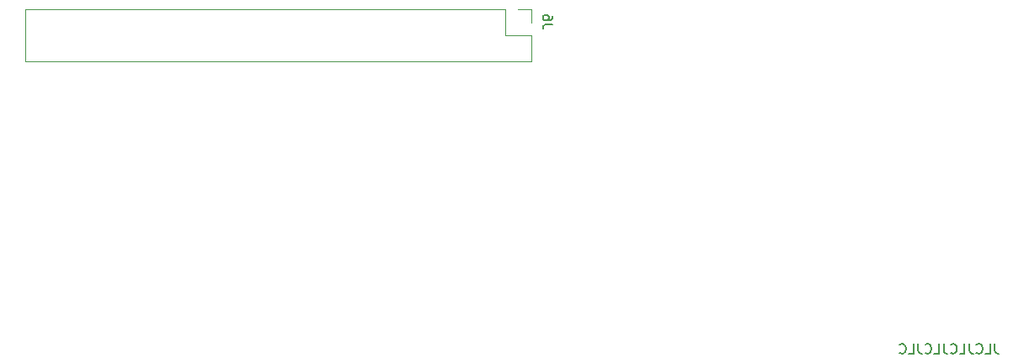
<source format=gbo>
%TF.GenerationSoftware,KiCad,Pcbnew,(5.1.10)-1*%
%TF.CreationDate,2021-05-31T17:59:25+02:00*%
%TF.ProjectId,pimoco,70696d6f-636f-42e6-9b69-6361645f7063,rev?*%
%TF.SameCoordinates,Original*%
%TF.FileFunction,Legend,Bot*%
%TF.FilePolarity,Positive*%
%FSLAX46Y46*%
G04 Gerber Fmt 4.6, Leading zero omitted, Abs format (unit mm)*
G04 Created by KiCad (PCBNEW (5.1.10)-1) date 2021-05-31 17:59:25*
%MOMM*%
%LPD*%
G01*
G04 APERTURE LIST*
%ADD10C,0.150000*%
%ADD11C,0.120000*%
G04 APERTURE END LIST*
D10*
X162861047Y-137120380D02*
X162861047Y-137834666D01*
X162908666Y-137977523D01*
X163003904Y-138072761D01*
X163146761Y-138120380D01*
X163242000Y-138120380D01*
X161908666Y-138120380D02*
X162384857Y-138120380D01*
X162384857Y-137120380D01*
X161003904Y-138025142D02*
X161051523Y-138072761D01*
X161194380Y-138120380D01*
X161289619Y-138120380D01*
X161432476Y-138072761D01*
X161527714Y-137977523D01*
X161575333Y-137882285D01*
X161622952Y-137691809D01*
X161622952Y-137548952D01*
X161575333Y-137358476D01*
X161527714Y-137263238D01*
X161432476Y-137168000D01*
X161289619Y-137120380D01*
X161194380Y-137120380D01*
X161051523Y-137168000D01*
X161003904Y-137215619D01*
X160289619Y-137120380D02*
X160289619Y-137834666D01*
X160337238Y-137977523D01*
X160432476Y-138072761D01*
X160575333Y-138120380D01*
X160670571Y-138120380D01*
X159337238Y-138120380D02*
X159813428Y-138120380D01*
X159813428Y-137120380D01*
X158432476Y-138025142D02*
X158480095Y-138072761D01*
X158622952Y-138120380D01*
X158718190Y-138120380D01*
X158861047Y-138072761D01*
X158956285Y-137977523D01*
X159003904Y-137882285D01*
X159051523Y-137691809D01*
X159051523Y-137548952D01*
X159003904Y-137358476D01*
X158956285Y-137263238D01*
X158861047Y-137168000D01*
X158718190Y-137120380D01*
X158622952Y-137120380D01*
X158480095Y-137168000D01*
X158432476Y-137215619D01*
X157718190Y-137120380D02*
X157718190Y-137834666D01*
X157765809Y-137977523D01*
X157861047Y-138072761D01*
X158003904Y-138120380D01*
X158099142Y-138120380D01*
X156765809Y-138120380D02*
X157242000Y-138120380D01*
X157242000Y-137120380D01*
X155861047Y-138025142D02*
X155908666Y-138072761D01*
X156051523Y-138120380D01*
X156146761Y-138120380D01*
X156289619Y-138072761D01*
X156384857Y-137977523D01*
X156432476Y-137882285D01*
X156480095Y-137691809D01*
X156480095Y-137548952D01*
X156432476Y-137358476D01*
X156384857Y-137263238D01*
X156289619Y-137168000D01*
X156146761Y-137120380D01*
X156051523Y-137120380D01*
X155908666Y-137168000D01*
X155861047Y-137215619D01*
X155146761Y-137120380D02*
X155146761Y-137834666D01*
X155194380Y-137977523D01*
X155289619Y-138072761D01*
X155432476Y-138120380D01*
X155527714Y-138120380D01*
X154194380Y-138120380D02*
X154670571Y-138120380D01*
X154670571Y-137120380D01*
X153289619Y-138025142D02*
X153337238Y-138072761D01*
X153480095Y-138120380D01*
X153575333Y-138120380D01*
X153718190Y-138072761D01*
X153813428Y-137977523D01*
X153861047Y-137882285D01*
X153908666Y-137691809D01*
X153908666Y-137548952D01*
X153861047Y-137358476D01*
X153813428Y-137263238D01*
X153718190Y-137168000D01*
X153575333Y-137120380D01*
X153480095Y-137120380D01*
X153337238Y-137168000D01*
X153289619Y-137215619D01*
D11*
%TO.C,J6*%
X116265000Y-108645000D02*
X116265000Y-106045000D01*
X116265000Y-108645000D02*
X65345000Y-108645000D01*
X65345000Y-108645000D02*
X65345000Y-103445000D01*
X113665000Y-103445000D02*
X65345000Y-103445000D01*
X113665000Y-106045000D02*
X113665000Y-103445000D01*
X116265000Y-106045000D02*
X113665000Y-106045000D01*
X116265000Y-103445000D02*
X114935000Y-103445000D01*
X116265000Y-104775000D02*
X116265000Y-103445000D01*
D10*
X118403619Y-104981333D02*
X117689333Y-104981333D01*
X117546476Y-105028952D01*
X117451238Y-105124190D01*
X117403619Y-105267047D01*
X117403619Y-105362285D01*
X118403619Y-104076571D02*
X118403619Y-104267047D01*
X118356000Y-104362285D01*
X118308380Y-104409904D01*
X118165523Y-104505142D01*
X117975047Y-104552761D01*
X117594095Y-104552761D01*
X117498857Y-104505142D01*
X117451238Y-104457523D01*
X117403619Y-104362285D01*
X117403619Y-104171809D01*
X117451238Y-104076571D01*
X117498857Y-104028952D01*
X117594095Y-103981333D01*
X117832190Y-103981333D01*
X117927428Y-104028952D01*
X117975047Y-104076571D01*
X118022666Y-104171809D01*
X118022666Y-104362285D01*
X117975047Y-104457523D01*
X117927428Y-104505142D01*
X117832190Y-104552761D01*
%TD*%
M02*

</source>
